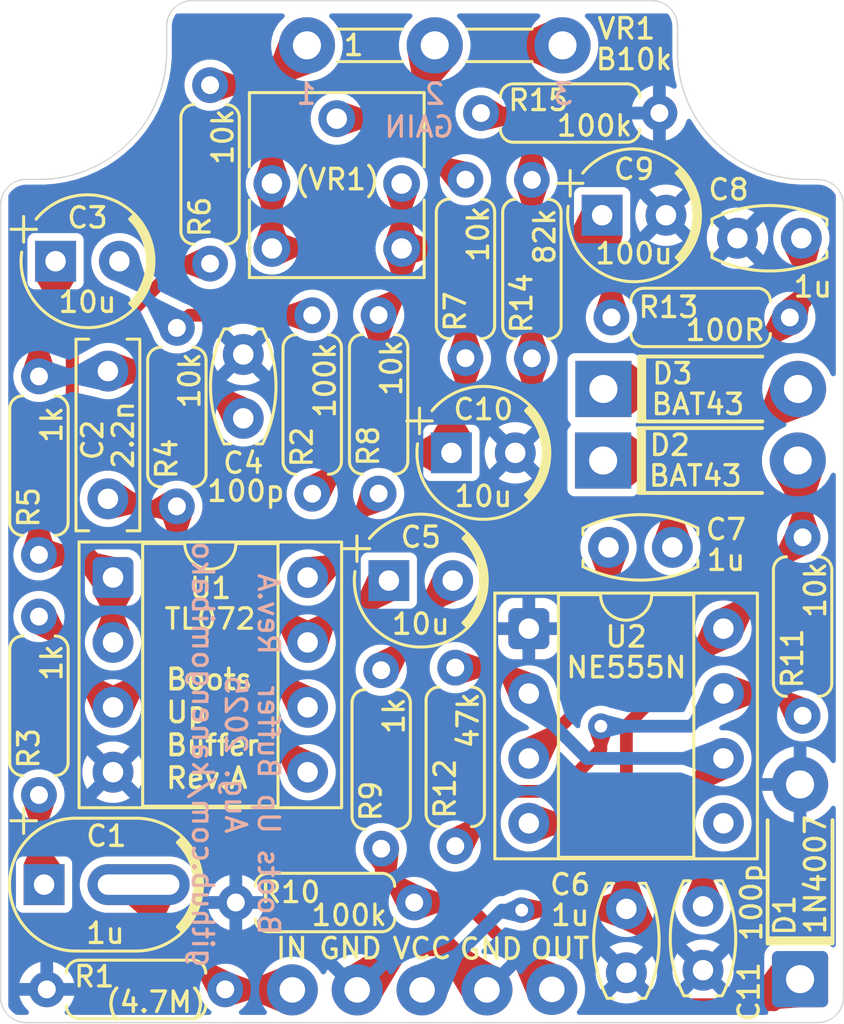
<source format=kicad_pcb>
(kicad_pcb (version 20241229) (generator "pcbnew") (generator_version "9.0")
  (layers (0 "F.Cu" signal) (2 "B.Cu" signal) (13 "F.Paste" user) (15 "B.Paste" user) (5 "F.SilkS" user "F.Silkscreen") (7 "B.SilkS" user "B.Silkscreen") (1 "F.Mask" user) (3 "B.Mask" user) (25 "Edge.Cuts" user))
  (net 0 "")
  (net 1 "Net-(U1B--)")
  (net 2 "Net-(C2-Pad1)")
  (net 3 "GND")
  (net 4 "Net-(C3-Pad2)")
  (net 5 "Net-(C5-Pad1)")
  (net 6 "VCC")
  (net 7 "Net-(J3-Pin_1)")
  (net 8 "Net-(J1-Pin_1)")
  (net 9 "VDD")
  (net 10 "Net-(U2-THR)")
  (net 11 "VB")
  (net 12 "Net-(U2-Q)")
  (net 13 "Net-(U1A--)")
  (net 14 "Net-(D2-K)")
  (net 15 "Net-(D3-K)")
  (net 16 "Net-(U1B-+)")
  (net 17 "Net-(R7-Pad1)")
  (net 18 "Net-(U1A-+)")
  (net 19 "Net-(U2-DIS)")
  (net 21 "Net-(C1-Pad1)")
  (net 22 "Net-(C5-Pad2)")
  (footprint "myFoot:my_D_P7.62mm" (layer "F.Cu") (at 14.8 45.3 90)
    (property "Reference" "D1" (at 2.5 -0.6 90) (layer "F.SilkS") (effects (font (size 0.8 0.8) (thickness 0.13))))
    (property "Value" "1N4007" (at 4.1 0.6 90) (layer "F.SilkS") (effects (font (size 0.8 0.8) (thickness 0.13))))
    (pad "1" thru_hole roundrect (at 0 0 90) (size 2.2 2.2) (drill 1.1) (layers "*.Cu" "*.Mask") (roundrect_rratio 0.1) (net 6 "VCC"))
    (pad "2" thru_hole oval (at 7.62 0 90) (size 2.2 2.2) (drill 1.1) (layers "*.Cu" "*.Mask") (net 3 "GND"))
  )
  (footprint "myFoot:my_D_P7.62mm" (layer "F.Cu") (at 7.1 22.2)
    (property "Reference" "D3" (at 2.7 -0.6 0) (layer "F.SilkS") (effects (font (size 0.8 0.8) (thickness 0.13))))
    (property "Value" "BAT43" (at 3.7 0.6 0) (layer "F.SilkS") (effects (font (size 0.8 0.8) (thickness 0.13))))
    (pad "1" thru_hole rect (at 0 0) (size 2.2 2.2) (drill 1.1) (layers "*.Cu" "*.Mask") (net 15 "Net-(D3-K)"))
    (pad "2" thru_hole oval (at 7.62 0) (size 2.2 2.2) (drill 1.1) (layers "*.Cu" "*.Mask") (net 14 "Net-(D2-K)"))
  )
  (footprint "myFoot:my_R_P7mm_Horizontal" (layer "F.Cu") (at -1.6 40.1925 90)
    (property "Reference" "R9" (at 1 -0.4 90) (layer "F.SilkS") (effects (font (size 0.8 0.8) (thickness 0.13)) (justify left)))
    (property "Value" "1k" (at 5.9925 0.5 90) (layer "F.SilkS") (effects (font (size 0.8 0.8) (thickness 0.13)) (justify right)))
    (pad "1" thru_hole circle (at 0 0 90) (size 1.4 1.4) (drill 0.7) (layers "*.Cu" "*.Mask") (net 7 "Net-(J3-Pin_1)"))
    (pad "2" thru_hole oval (at 6.985 0 90) (size 1.4 1.4) (drill 0.7) (layers "*.Cu" "*.Mask") (net 22 "Net-(C5-Pad2)"))
  )
  (footprint "myFoot:my_R_P7mm_Horizontal" (layer "F.Cu") (at -15 31.1075 -90)
    (property "Reference" "R3" (at 4.2925 0.4 90) (layer "F.SilkS") (effects (font (size 0.8 0.8) (thickness 0.13)) (justify right)))
    (property "Value" "1k" (at 2.5925 -0.5 90) (layer "F.SilkS") (effects (font (size 0.8 0.8) (thickness 0.13)) (justify left)))
    (pad "1" thru_hole circle (at 0 0 270) (size 1.4 1.4) (drill 0.7) (layers "*.Cu" "*.Mask") (net 18 "Net-(U1A-+)"))
    (pad "2" thru_hole oval (at 6.985 0 270) (size 1.4 1.4) (drill 0.7) (layers "*.Cu" "*.Mask") (net 21 "Net-(C1-Pad1)"))
  )
  (footprint "myFoot:my_WirePad_1mmDrill" (layer "F.Cu") (at 0 45.72 -90)
    (property "Reference" "J5" (hide yes))
    (property "Value" "VCC" (at -1.62 0 0) (layer "F.SilkS") (effects (font (size 0.8 0.8) (thickness 0.13))))
    (pad "1" thru_hole circle (at 0 0 270) (size 2 2) (drill 1) (layers "*.Cu" "*.Mask") (net 6 "VCC"))
  )
  (footprint "myFoot:my_R_P7mm_Horizontal" (layer "F.Cu") (at 4.3 14.015 -90)
    (property "Reference" "R14" (at 3.585 0.4 90) (layer "F.SilkS") (effects (font (size 0.8 0.8) (thickness 0.13)) (justify right)))
    (property "Value" "82k" (at 3.385 -0.5 90) (layer "F.SilkS") (effects (font (size 0.8 0.8) (thickness 0.13)) (justify left)))
    (pad "1" thru_hole circle (at 0 0 270) (size 1.4 1.4) (drill 0.7) (layers "*.Cu" "*.Mask") (net 11 "VB"))
    (pad "2" thru_hole oval (at 6.985 0 270) (size 1.4 1.4) (drill 0.7) (layers "*.Cu" "*.Mask") (net 9 "VDD"))
  )
  (footprint "myFoot:my_C_D5.0mm_P2.50mm" (layer "F.Cu") (at -1.3 29.7)
    (property "Reference" "C5" (at 1.25 -1.7 0) (layer "F.SilkS") (effects (font (size 0.8 0.8) (thickness 0.13))))
    (property "Value" "10u" (at 1.25 1.7 0) (layer "F.SilkS") (effects (font (size 0.8 0.8) (thickness 0.13))))
    (pad "1" thru_hole rect (at 0 0) (size 1.6 1.6) (drill 0.8) (layers "*.Cu" "*.Mask") (net 5 "Net-(C5-Pad1)"))
    (pad "2" thru_hole circle (at 2.5 0) (size 1.6 1.6) (drill 0.8) (layers "*.Cu" "*.Mask") (net 22 "Net-(C5-Pad2)"))
  )
  (footprint "myFoot:my_C_Disc_P2.50mm" (layer "F.Cu") (at -7 20.85 -90)
    (property "Reference" "C4" (at 4.25 0 0) (layer "F.SilkS") (effects (font (size 0.8 0.8) (thickness 0.13))))
    (property "Value" "100p" (at 5.35 -0.1 0) (layer "F.SilkS") (effects (font (size 0.8 0.8) (thickness 0.13))))
    (pad "1" thru_hole circle (at 0 0 270) (size 1.6 1.6) (drill 0.8) (layers "*.Cu" "*.Mask") (net 3 "GND"))
    (pad "2" thru_hole circle (at 2.5 0 270) (size 1.6 1.6) (drill 0.8) (layers "*.Cu" "*.Mask") (net 2 "Net-(C2-Pad1)"))
  )
  (footprint "myFoot:my_R_P7mm_Horizontal" (layer "F.Cu") (at -8.3 10.3075 -90)
    (property "Reference" "R6" (at 4.2925 0.4 90) (layer "F.SilkS") (effects (font (size 0.8 0.8) (thickness 0.13)) (justify right)))
    (property "Value" "10k" (at 3.1925 -0.5 90) (layer "F.SilkS") (effects (font (size 0.8 0.8) (thickness 0.13)) (justify left)))
    (pad "1" thru_hole circle (at 0 0 270) (size 1.4 1.4) (drill 0.7) (layers "*.Cu" "*.Mask") (net 16 "Net-(U1B-+)"))
    (pad "2" thru_hole oval (at 6.985 0 270) (size 1.4 1.4) (drill 0.7) (layers "*.Cu" "*.Mask") (net 13 "Net-(U1A--)"))
  )
  (footprint "myFoot:my_C_Rect1_P5.00mm" (layer "F.Cu") (at -12.3 21.5 -90)
    (property "Reference" "C2" (at 2.7 0.6 90) (layer "F.SilkS") (effects (font (size 0.8 0.8) (thickness 0.13))))
    (property "Value" "2.2n" (at 2.5 -0.6 90) (layer "F.SilkS") (effects (font (size 0.8 0.8) (thickness 0.13))))
    (pad "1" thru_hole circle (at 0 0 270) (size 1.6 1.6) (drill 0.8) (layers "*.Cu" "*.Mask") (net 2 "Net-(C2-Pad1)"))
    (pad "2" thru_hole circle (at 5 0 270) (size 1.6 1.6) (drill 0.8) (layers "*.Cu" "*.Mask") (net 18 "Net-(U1A-+)"))
  )
  (footprint "myFoot:my_R_P7mm_Horizontal" (layer "F.Cu") (at 2.3075 11.4)
    (property "Reference" "R15" (at 0.9925 -0.5 0) (layer "F.SilkS") (effects (font (size 0.8 0.8) (thickness 0.13)) (justify left)))
    (property "Value" "100k" (at 5.9925 0.5 0) (layer "F.SilkS") (effects (font (size 0.8 0.8) (thickness 0.13)) (justify right)))
    (pad "1" thru_hole circle (at 0 0) (size 1.4 1.4) (drill 0.7) (layers "*.Cu" "*.Mask") (net 11 "VB"))
    (pad "2" thru_hole oval (at 6.985 0) (size 1.4 1.4) (drill 0.7) (layers "*.Cu" "*.Mask") (net 3 "GND"))
  )
  (footprint "myFoot:my_C_D5.0mm_P2.50mm" (layer "F.Cu") (at 1.15 24.700001)
    (property "Reference" "C10" (at 1.25 -1.700001 0) (layer "F.SilkS") (effects (font (size 0.8 0.8) (thickness 0.13))))
    (property "Value" "10u" (at 1.25 1.699999 0) (layer "F.SilkS") (effects (font (size 0.8 0.8) (thickness 0.13))))
    (pad "1" thru_hole rect (at 0 0) (size 1.6 1.6) (drill 0.8) (layers "*.Cu" "*.Mask") (net 11 "VB"))
    (pad "2" thru_hole circle (at 2.5 0) (size 1.6 1.6) (drill 0.8) (layers "*.Cu" "*.Mask") (net 3 "GND"))
  )
  (footprint "myFoot:my_C_D5.0mm_P2.50mm" (layer "F.Cu") (at -14.35 17.200001)
    (property "Reference" "C3" (at 1.25 -1.7 0) (layer "F.SilkS") (effects (font (size 0.8 0.8) (thickness 0.13))))
    (property "Value" "10u" (at 1.25 1.6 0) (layer "F.SilkS") (effects (font (size 0.8 0.8) (thickness 0.13))))
    (pad "1" thru_hole rect (at 0 0) (size 1.6 1.6) (drill 0.8) (layers "*.Cu" "*.Mask") (net 2 "Net-(C2-Pad1)"))
    (pad "2" thru_hole circle (at 2.5 0) (size 1.6 1.6) (drill 0.8) (layers "*.Cu" "*.Mask") (net 4 "Net-(C3-Pad2)"))
  )
  (footprint "myFoot:my_R_P7mm_Horizontal" (layer "F.Cu") (at -15 28.6925 90)
    (property "Reference" "R5" (at 0.9925 -0.4 90) (layer "F.SilkS") (effects (font (size 0.8 0.8) (thickness 0.13)) (justify left)))
    (property "Value" "1k" (at 5.8925 0.5 90) (layer "F.SilkS") (effects (font (size 0.8 0.8) (thickness 0.13)) (justify right)))
    (pad "1" thru_hole circle (at 0 0 90) (size 1.4 1.4) (drill 0.7) (layers "*.Cu" "*.Mask") (net 13 "Net-(U1A--)"))
    (pad "2" thru_hole oval (at 6.985 0 90) (size 1.4 1.4) (drill 0.7) (layers "*.Cu" "*.Mask") (net 2 "Net-(C2-Pad1)"))
  )
  (footprint "myFoot:my_R_P7mm_Horizontal" (layer "F.Cu") (at -0.3075 42.3 180)
    (property "Reference" "R10" (at 3.6 0.4 0) (layer "F.SilkS") (effects (font (size 0.8 0.8) (thickness 0.13)) (justify right)))
    (property "Value" "100k" (at 4.1 -0.5 0) (layer "F.SilkS") (effects (font (size 0.8 0.8) (thickness 0.13)) (justify left)))
    (pad "1" thru_hole circle (at 0 0 180) (size 1.4 1.4) (drill 0.7) (layers "*.Cu" "*.Mask") (net 7 "Net-(J3-Pin_1)"))
    (pad "2" thru_hole oval (at 6.985 0 180) (size 1.4 1.4) (drill 0.7) (layers "*.Cu" "*.Mask") (net 3 "GND"))
  )
  (footprint "myFoot:my_C_D5.0mm_P2.50mm" (layer "F.Cu") (at 7.05 15.400001)
    (property "Reference" "C9" (at 1.25 -1.800001 0) (layer "F.SilkS") (effects (font (size 0.8 0.8) (thickness 0.13))))
    (property "Value" "100u" (at 1.25 1.499999 0) (layer "F.SilkS") (effects (font (size 0.8 0.8) (thickness 0.13))))
    (pad "1" thru_hole rect (at 0 0) (size 1.6 1.6) (drill 0.8) (layers "*.Cu" "*.Mask") (net 9 "VDD"))
    (pad "2" thru_hole circle (at 2.5 0) (size 1.6 1.6) (drill 0.8) (layers "*.Cu" "*.Mask") (net 3 "GND"))
  )
  (footprint "myFoot:my_WirePad_1mmDrill" (layer "F.Cu") (at 2.54 45.72 180)
    (property "Reference" "J2" (hide yes))
    (property "Value" "GND" (at -0.16 1.6 0) (layer "F.SilkS") (effects (font (size 0.8 0.8) (thickness 0.13))))
    (pad "1" thru_hole circle (at 0 0 180) (size 2 2) (drill 1) (layers "*.Cu" "*.Mask") (net 3 "GND"))
  )
  (footprint "myFoot:my_R_P7mm_Horizontal" (layer "F.Cu") (at 1.7 14.0075 -90)
    (property "Reference" "R7" (at 4.2925 0.4 90) (layer "F.SilkS") (effects (font (size 0.8 0.8) (thickness 0.13)) (justify right)))
    (property "Value" "10k" (at 3.2925 -0.5 90) (layer "F.SilkS") (effects (font (size 0.8 0.8) (thickness 0.13)) (justify left)))
    (pad "1" thru_hole circle (at 0 0 270) (size 1.4 1.4) (drill 0.7) (layers "*.Cu" "*.Mask") (net 17 "Net-(R7-Pad1)"))
    (pad "2" thru_hole oval (at 6.985 0 270) (size 1.4 1.4) (drill 0.7) (layers "*.Cu" "*.Mask") (net 11 "VB"))
  )
  (footprint "myFoot:my_WirePad_1mmDrill" (layer "F.Cu") (at 5.08 45.7 -90)
    (property "Reference" "J3" (hide yes))
    (property "Value" "OUT" (at -1.6 -0.32 0) (layer "F.SilkS") (effects (font (size 0.8 0.8) (thickness 0.13))))
    (pad "1" thru_hole circle (at 0 0 270) (size 2 2) (drill 1) (layers "*.Cu" "*.Mask") (net 7 "Net-(J3-Pin_1)"))
  )
  (footprint "Package_DIP:DIP-8_W7.62mm_Socket" (layer "F.Cu") (at 4.18 31.58)
    (property "Reference" "U2" (at 3.81 0.32 0) (layer "F.SilkS") (effects (font (size 0.8 0.8) (thickness 0.13))))
    (property "Value" "NE555N" (at 3.82 1.52 0) (layer "F.SilkS") (effects (font (size 0.8 0.8) (thickness 0.13))))
    (pad "1" thru_hole roundrect (at 0 0) (size 1.6 1.6) (drill 0.8) (layers "*.Cu" "*.Mask") (roundrect_rratio 0.15625) (net 3 "GND"))
    (pad "2" thru_hole circle (at 0 2.54) (size 1.6 1.6) (drill 0.8) (layers "*.Cu" "*.Mask") (net 10 "Net-(U2-THR)"))
    (pad "3" thru_hole circle (at 0 5.08) (size 1.6 1.6) (drill 0.8) (layers "*.Cu" "*.Mask") (net 12 "Net-(U2-Q)"))
    (pad "4" thru_hole circle (at 0 7.62) (size 1.6 1.6) (drill 0.8) (layers "*.Cu" "*.Mask") (net 6 "VCC"))
    (pad "5" thru_hole circle (at 7.62 7.62) (size 1.6 1.6) (drill 0.8) (layers "*.Cu" "*.Mask"))
    (pad "6" thru_hole circle (at 7.62 5.08) (size 1.6 1.6) (drill 0.8) (layers "*.Cu" "*.Mask") (net 10 "Net-(U2-THR)"))
    (pad "7" thru_hole circle (at 7.62 2.54) (size 1.6 1.6) (drill 0.8) (layers "*.Cu" "*.Mask") (net 19 "Net-(U2-DIS)"))
    (pad "8" thru_hole circle (at 7.62 0) (size 1.6 1.6) (drill 0.8) (layers "*.Cu" "*.Mask") (net 6 "VCC"))
  )
  (footprint "myFoot:my_R_P7mm_Horizontal" (layer "F.Cu") (at 14.9 34.9925 90)
    (property "Reference" "R11" (at 1 -0.4 90) (layer "F.SilkS") (effects (font (size 0.8 0.8) (thickness 0.13)) (justify left)))
    (property "Value" "10k" (at 6.1 0.5 90) (layer "F.SilkS") (effects (font (size 0.8 0.8) (thickness 0.13)) (justify right)))
    (pad "1" thru_hole circle (at 0 0 90) (size 1.4 1.4) (drill 0.7) (layers "*.Cu" "*.Mask") (net 19 "Net-(U2-DIS)"))
    (pad "2" thru_hole oval (at 6.985 0 90) (size 1.4 1.4) (drill 0.7) (layers "*.Cu" "*.Mask") (net 6 "VCC"))
  )
  (footprint "myFoot:my_R_P7mm_Horizontal" (layer "F.Cu") (at -4.3 19.315 -90)
    (property "Reference" "R2" (at 4.2925 0.4 90) (layer "F.SilkS") (effects (font (size 0.8 0.8) (thickness 0.13)) (justify right)))
    (property "Value" "100k" (at 4.0925 -0.5 90) (layer "F.SilkS") (effects (font (size 0.8 0.8) (thickness 0.13)) (justify left)))
    (pad "1" thru_hole circle (at 0 0 270) (size 1.4 1.4) (drill 0.7) (layers "*.Cu" "*.Mask") (net 4 "Net-(C3-Pad2)"))
    (pad "2" thru_hole oval (at 6.985 0 270) (size 1.4 1.4) (drill 0.7) (layers "*.Cu" "*.Mask") (net 11 "VB"))
  )
  (footprint "myFoot:my_WirePad_1mmDrill" (layer "F.Cu") (at -5.08 45.72 -90)
    (property "Reference" "J1" (hide yes))
    (property "Value" "IN" (at -1.62 0.02 0) (layer "F.SilkS") (effects (font (size 0.8 0.8) (thickness 0.13))))
    (pad "1" thru_hole circle (at 0 0 270) (size 2 2) (drill 1) (layers "*.Cu" "*.Mask") (net 8 "Net-(J1-Pin_1)"))
  )
  (footprint "myFoot:my_R_P7mm_Horizontal" (layer "F.Cu") (at 7.415 19.4)
    (property "Reference" "R13" (at 0.985 -0.4 0) (layer "F.SilkS") (effects (font (size 0.8 0.8) (thickness 0.13)) (justify left)))
    (property "Value" "100R" (at 6.085 0.5 0) (layer "F.SilkS") (effects (font (size 0.8 0.8) (thickness 0.13)) (justify right)))
    (pad "1" thru_hole circle (at 0 0) (size 1.4 1.4) (drill 0.7) (layers "*.Cu" "*.Mask") (net 9 "VDD"))
    (pad "2" thru_hole oval (at 6.985 0) (size 1.4 1.4) (drill 0.7) (layers "*.Cu" "*.Mask") (net 15 "Net-(D3-K)"))
  )
  (footprint "myFoot:my_D_P7.62mm" (layer "F.Cu") (at 7.09 25)
    (property "Reference" "D2" (at 2.61 -0.6 0) (layer "F.SilkS") (effects (font (size 0.8 0.8) (thickness 0.13))))
    (property "Value" "BAT43" (at 3.61 0.6 0) (layer "F.SilkS") (effects (font (size 0.8 0.8) (thickness 0.13))))
    (pad "1" thru_hole rect (at 0 0) (size 2.2 2.2) (drill 1.1) (layers "*.Cu" "*.Mask") (net 14 "Net-(D2-K)"))
    (pad "2" thru_hole oval (at 7.62 0) (size 2.2 2.2) (drill 1.1) (layers "*.Cu" "*.Mask") (net 6 "VCC"))
  )
  (footprint "myFoot:my_R_P7mm_Horizontal" (layer "F.Cu") (at 1.3 40.0925 90)
    (property "Reference" "R12" (at 1 -0.4 90) (layer "F.SilkS") (effects (font (size 0.8 0.8) (thickness 0.13)) (justify left)))
    (property "Value" "47k" (at 6.0925 0.5 90) (layer "F.SilkS") (effects (font (size 0.8 0.8) (thickness 0.13)) (justify right)))
    (pad "1" thru_hole circle (at 0 0 90) (size 1.4 1.4) (drill 0.7) (layers "*.Cu" "*.Mask") (net 19 "Net-(U2-DIS)"))
    (pad "2" thru_hole oval (at 6.985 0 90) (size 1.4 1.4) (drill 0.7) (layers "*.Cu" "*.Mask") (net 10 "Net-(U2-THR)"))
  )
  (footprint "myFoot:my_R_P7mm_Horizontal" (layer "F.Cu") (at -7.7075 45.7 180)
    (property "Reference" "R1" (at 5.9925 0.5 180) (layer "F.SilkS") (effects (font (size 0.8 0.8) (thickness 0.13)) (justify left)))
    (property "Value" "(4.7M)" (at 0.6925 -0.5 180) (layer "F.SilkS") (effects (font (size 0.8 0.8) (thickness 0.13)) (justify right)))
    (pad "1" thru_hole circle (at 0 0 180) (size 1.4 1.4) (drill 0.7) (layers "*.Cu" "*.Mask") (net 8 "Net-(J1-Pin_1)"))
    (pad "2" thru_hole oval (at 6.985 0 180) (size 1.4 1.4) (drill 0.7) (layers "*.Cu" "*.Mask") (net 3 "GND"))
  )
  (footprint "myFoot:my_trim" (layer "F.Cu") (at -0.8 14.16 90)
    (property "Reference" "*")
    (property "Value" "(VR1)" (at 0.16 -2.525 0) (layer "F.SilkS") (effects (font (size 0.8 0.8) (thickness 0.13))))
    (pad "1" thru_hole circle (at -2.54 -5.08 90) (size 1.44 1.44) (drill 0.8) (layers "*.Cu" "*.Mask") (net 16 "Net-(U1B-+)"))
    (pad "1" thru_hole circle (at 0 -5.08 90) (size 1.44 1.44) (drill 0.8) (layers "*.Cu" "*.Mask") (net 16 "Net-(U1B-+)"))
    (pad "2" thru_hole circle (at 2.54 -2.54 90) (size 1.44 1.44) (drill 0.8) (layers "*.Cu" "*.Mask") (net 17 "Net-(R7-Pad1)"))
    (pad "3" thru_hole circle (at -2.54 0 90) (size 1.44 1.44) (drill 0.8) (layers "*.Cu" "*.Mask") (net 1 "Net-(U1B--)"))
    (pad "3" thru_hole circle (at 0 0 90) (size 1.44 1.44) (drill 0.8) (layers "*.Cu" "*.Mask") (net 1 "Net-(U1B--)"))
  )
  (footprint "myFoot:my_C_Disc_P2.50mm" (layer "F.Cu") (at 12.35 16.3)
    (property "Reference" "C8" (at -0.35 -1.9 0) (layer "F.SilkS") (effects (font (size 0.8 0.8) (thickness 0.13))))
    (property "Value" "1u" (at 2.95 1.9 0) (layer "F.SilkS") (effects (font (size 0.8 0.8) (thickness 0.13))))
    (pad "1" thru_hole circle (at 0 0) (size 1.6 1.6) (drill 0.8) (layers "*.Cu" "*.Mask") (net 3 "GND"))
    (pad "2" thru_hole circle (at 2.5 0) (size 1.6 1.6) (drill 0.8) (layers "*.Cu" "*.Mask") (net 15 "Net-(D3-K)"))
  )
  (footprint "Package_DIP:DIP-8_W7.62mm_Socket" (layer "F.Cu") (at -12.1 29.58)
    (property "Reference" "U1" (at 3.82 0.42 0) (layer "F.SilkS") (effects (font (size 0.8 0.8) (thickness 0.13))))
    (property "Value" "TL072" (at 3.8 1.62 0) (layer "F.SilkS") (effects (font (size 0.8 0.8) (thickness 0.13))))
    (pad "1" thru_hole roundrect (at 0 0) (size 1.6 1.6) (drill 0.8) (layers "*.Cu" "*.Mask") (roundrect_rratio 0.15625) (net 13 "Net-(U1A--)"))
    (pad "2" thru_hole circle (at 0 2.54) (size 1.6 1.6) (drill 0.8) (layers "*.Cu" "*.Mask") (net 13 "Net-(U1A--)"))
    (pad "3" thru_hole circle (at 0 5.08) (size 1.6 1.6) (drill 0.8) (layers "*.Cu" "*.Mask") (net 18 "Net-(U1A-+)"))
    (pad "4" thru_hole circle (at 0 7.62) (size 1.6 1.6) (drill 0.8) (layers "*.Cu" "*.Mask") (net 3 "GND"))
    (pad "5" thru_hole circle (at 7.62 7.62) (size 1.6 1.6) (drill 0.8) (layers "*.Cu" "*.Mask") (net 16 "Net-(U1B-+)"))
    (pad "6" thru_hole circle (at 7.62 5.08) (size 1.6 1.6) (drill 0.8) (layers "*.Cu" "*.Mask") (net 1 "Net-(U1B--)"))
    (pad "7" thru_hole circle (at 7.62 2.54) (size 1.6 1.6) (drill 0.8) (layers "*.Cu" "*.Mask") (net 5 "Net-(C5-Pad1)"))
    (pad "8" thru_hole circle (at 7.62 0) (size 1.6 1.6) (drill 0.8) (layers "*.Cu" "*.Mask") (net 9 "VDD"))
  )
  (footprint "myFoot:my_C_Disc_P2.50mm" (layer "F.Cu") (at 9.8 28.4 180)
    (property "Reference" "C7" (at -2.1 0.7 0) (layer "F.SilkS") (effects (font (size 0.8 0.8) (thickness 0.13))))
    (property "Value" "1u" (at -2.1 -0.5 0) (layer "F.SilkS") (effects (font (size 0.8 0.8) (thickness 0.13))))
    (pad "1" thru_hole circle (at 0 0 180) (size 1.6 1.6) (drill 0.8) (layers "*.Cu" "*.Mask") (net 14 "Net-(D2-K)"))
    (pad "2" thru_hole circle (at 2.5 0 180) (size 1.6 1.6) (drill 0.8) (layers "*.Cu" "*.Mask") (net 12 "Net-(U2-Q)"))
  )
  (footprint "myFoot:my_R_P7mm_Horizontal" (layer "F.Cu") (at -1.7 26.2925 90)
    (property "Reference" "R8" (at 0.9925 -0.4 90) (layer "F.SilkS") (effects (font (size 0.8 0.8) (thickness 0.13)) (justify left)))
    (property "Value" "10k" (at 6.0925 0.5 90) (layer "F.SilkS") (effects (font (size 0.8 0.8) (thickness 0.13)) (justify right)))
    (pad "1" thru_hole circle (at 0 0 90) (size 1.4 1.4) (drill 0.7) (layers "*.Cu" "*.Mask") (net 5 "Net-(C5-Pad1)"))
    (pad "2" thru_hole oval (at 6.985 0 90) (size 1.4 1.4) (drill 0.7) (layers "*.Cu" "*.Mask") (net 1 "Net-(U1B--)"))
  )
  (footprint "myFoot:my_C_Disc_P2.50mm" (layer "F.Cu") (at 8 45.05 90)
    (property "Reference" "C6" (at 3.45 -2.2 0) (layer "F.SilkS") (effects (font (size 0.8 0.8) (thickness 0.13))))
    (property "Value" "1u" (at 2.25 -2.2 0) (layer "F.SilkS") (effects (font (size 0.8 0.8) (thickness 0.13))))
    (pad "1" thru_hole circle (at 0 0 90) (size 1.6 1.6) (drill 0.8) (layers "*.Cu" "*.Mask") (net 3 "GND"))
    (pad "2" thru_hole circle (at 2.5 0 90) (size 1.6 1.6) (drill 0.8) (layers "*.Cu" "*.Mask") (net 6 "VCC"))
  )
  (footprint "myFoot:my_R_P7mm_Horizontal" (layer "F.Cu") (at -9.6 26.7925 90)
    (property "Reference" "R4" (at 0.9925 -0.4 90) (layer "F.SilkS") (effects (font (size 0.8 0.8) (thickness 0.13)) (justify left)))
    (property "Value" "10k" (at 6.1 0.5 90) (layer "F.SilkS") (effects (font (size 0.8 0.8) (thickness 0.13)) (justify right)))
    (pad "1" thru_hole circle (at 0 0 90) (size 1.4 1.4) (drill 0.7) (layers "*.Cu" "*.Mask") (net 18 "Net-(U1A-+)"))
    (pad "2" thru_hole oval (at 6.985 0 90) (size 1.4 1.4) (drill 0.7) (layers "*.Cu" "*.Mask") (net 4 "Net-(C3-Pad2)"))
  )
  (footprint "myFoot:my_WirePad_1mmDrill" (layer "F.Cu") (at -2.54 45.72 -90)
    (property "Reference" "J4" (hide yes))
    (property "Value" "GND" (at -1.62 0.26 0) (layer "F.SilkS") (effects (font (size 0.8 0.8) (thickness 0.13))))
    (pad "1" thru_hole circle (at 0 0 270) (size 2 2) (drill 1) (layers "*.Cu" "*.Mask") (net 3 "GND"))
  )
  (footprint "myFoot:my_C_Disc_P2.50mm" (layer "F.Cu") (at 11 44.95 90)
    (property "Reference" "C11" (at -0.85 1.8 90) (layer "F.SilkS") (effects (font (size 0.8 0.8) (thickness 0.13))))
    (property "Value" "100p" (at 2.65 1.9 90) (layer "F.SilkS") (effects (font (size 0.8 0.8) (thickness 0.13))))
    (pad "1" thru_hole circle (at 0 0 90) (size 1.6 1.6) (drill 0.8) (layers "*.Cu" "*.Mask") (net 3 "GND"))
    (pad "2" thru_hole circle (at 2.5 0 90) (size 1.6 1.6) (drill 0.8) (layers "*.Cu" "*.Mask") (net 10 "Net-(U2-THR)"))
  )
  (footprint "myFoot:my_C_D5.0mm_P2.50mm_long" (layer "F.Cu") (at -14.8 41.6)
    (property "Reference" "C1" (at 2.44 -1.9 0) (layer "F.SilkS") (effects (font (size 0.8 0.8) (thickness 0.13))))
    (property "Value" "1u" (at 2.4 1.9 0) (layer "F.SilkS") (effects (font (size 0.8 0.8) (thickness 0.13))))
    (pad "1" thru_hole rect (at 0 0) (size 1.6 1.6) (drill 0.8) (layers "*.Cu" "*.Mask") (net 21 "Net-(C1-Pad1)"))
    (pad "2" thru_hole oval (at 3.7 0) (size 4 1.6) (drill oval 3.2 0.8) (layers "*.Cu" "*.Mask") (net 8 "Net-(J1-Pin_1)"))
  )
  (footprint "myFoot:my_pot_5mm" (layer "F.Cu") (at 0.4962 8.75)
    (property "Reference" "VR1" (at 7.5038 -0.65 180) (layer "F.SilkS") (effects (font (size 0.8 0.8) (thickness 0.13))))
    (property "Value" "B10k" (at 7.8038 0.55 180) (layer "F.SilkS") (effects (font (size 0.8 0.8) (thickness 0.13))))
    (fp_text user "1" (at -3.175 0 180) (layer "F.SilkS") (effects (font (size 0.8 0.8) (thickness 0.13))))
    (pad "1" thru_hole circle (at -5.0038 0) (size 2.2 2.2) (drill 1.1) (layers "*.Cu" "*.Mask") (net 16 "Net-(U1B-+)"))
    (pad "2" thru_hole circle (at 0 0) (size 2.2 2.2) (drill 1.1) (layers "*.Cu" "*.Mask") (net 17 "Net-(R7-Pad1)"))
    (pad "3" thru_hole circle (at 5.0038 0) (size 2.2 2.2) (drill 1.1) (layers "*.Cu" "*.Mask") (net 1 "Net-(U1B--)"))
  )
  (gr_line (start 15.5 47) (end -15.5 47) (stroke (width 0.05)) (layer "Edge.Cuts"))
  (gr_line (start -16.5 46) (end -16.5 15) (stroke (width 0.05)) (layer "Edge.Cuts"))
  (gr_line (start -15.5 14) (end -15 14) (stroke (width 0.05)) (layer "Edge.Cuts"))
  (gr_line (start -10 9) (end -10 8) (stroke (width 0.05)) (layer "Edge.Cuts"))
  (gr_line (start -9 7) (end 9 7) (stroke (width 0.05)) (layer "Edge.Cuts"))
  (gr_line (start 10 8) (end 10 9) (stroke (width 0.05)) (layer "Edge.Cuts"))
  (gr_line (start 15 14) (end 15.5 14) (stroke (width 0.05)) (layer "Edge.Cuts"))
  (gr_line (start 16.5 15) (end 16.5 46) (stroke (width 0.05)) (layer "Edge.Cuts"))
  (gr_arc (start -16.5 15) (mid -16.207107 14.292893) (end -15.5 14) (stroke (width 0.05)) (layer "Edge.Cuts"))
  (gr_arc (start -15.5 47) (mid -16.207107 46.707107) (end -16.5 46) (stroke (width 0.05)) (layer "Edge.Cuts"))
  (gr_arc (start 15.5 14) (mid 16.207107 14.292893) (end 16.5 15) (stroke (width 0.05)) (layer "Edge.Cuts"))
  (gr_arc (start 15 14) (mid 11.464466 12.535534) (end 10 9) (stroke (width 0.05)) (layer "Edge.Cuts"))
  (gr_arc (start 9 7) (mid 9.707107 7.292893) (end 10 8) (stroke (width 0.05)) (layer "Edge.Cuts"))
  (gr_arc (start -10 8) (mid -9.707107 7.292893) (end -9 7) (stroke (width 0.05)) (layer "Edge.Cuts"))
  (gr_arc (start -10 9) (mid -11.464466 12.535534) (end -15 14) (stroke (width 0.05)) (layer "Edge.Cuts"))
  (gr_arc (start 16.5 46) (mid 16.207107 46.707107) (end 15.5 47) (stroke (width 0.05)) (layer "Edge.Cuts"))
  (gr_text "Boots \nUp \nBuffer\nRev.A" (at -10.1 35.5 0) (layer "F.SilkS") (effects (font (size 0.8 0.8) (thickness 0.14)) (justify left)))
  (gr_text "Boots Up Buffer  Rev.A\nAug. 2025\ngithub.com/kanengomibako" (at -7.3 36.5 -90) (layer "B.SilkS") (effects (font (size 0.8 0.8) (thickness 0.13)) (justify mirror)))
  (gr_text "3       2       1\n  GAIN" (at 0.5 11.3 0) (layer "B.SilkS") (effects (font (size 0.8 0.8) (thickness 0.13)) (justify mirror)))
  (segment (start 0.9 10.9) (end 3.05 8.75) (width 0.5) (layer "F.Cu") (net 1))
  (segment (start -1.7 19.3075) (end -1.7 21.7) (width 0.5) (layer "F.Cu") (net 1))
  (segment (start -1.7 21.7) (end -6.8 26.8) (width 0.5) (layer "F.Cu") (net 1))
  (segment (start -6.8 32.34) (end -4.48 34.66) (width 0.5) (layer "F.Cu") (net 1))
  (segment (start -0.8 14.16) (end -0.8 16.7) (width 0.5) (layer "F.Cu") (net 1))
  (segment (start 3.05 8.75) (end 5.5 8.75) (width 0.5) (layer "F.Cu") (net 1))
  (segment (start -0.8 16.7) (end 1.6 16.7) (width 0.5) (layer "F.Cu") (net 1))
  (segment (start -0.8 16.7) (end -0.8 18.4075) (width 0.5) (layer "F.Cu") (net 1))
  (segment (start 3 13.1) (end 2.6 12.7) (width 0.5) (layer "F.Cu") (net 1))
  (segment (start -0.8 18.4075) (end -1.7 19.3075) (width 0.5) (layer "F.Cu") (net 1))
  (segment (start 0.9 12.1) (end 0.9 10.9) (width 0.5) (layer "F.Cu") (net 1))
  (segment (start 1.5 12.7) (end 0.9 12.1) (width 0.5) (layer "F.Cu") (net 1))
  (segment (start 1.6 16.7) (end 3 15.3) (width 0.5) (layer "F.Cu") (net 1))
  (segment (start 3 15.3) (end 3 13.1) (width 0.5) (layer "F.Cu") (net 1))
  (segment (start 2.6 12.7) (end 1.5 12.7) (width 0.5) (layer "F.Cu") (net 1))
  (segment (start -6.8 26.8) (end -6.8 32.34) (width 0.5) (layer "F.Cu") (net 1))
  (segment (start -12.3 21.5) (end -8.85 21.5) (width 0.5) (layer "F.Cu") (net 2))
  (segment (start -14.35 17.200001) (end -14.35 19.05) (width 0.5) (layer "F.Cu") (net 2))
  (segment (start -8.85 21.5) (end -7 23.35) (width 0.5) (layer "F.Cu") (net 2))
  (segment (start -14.35 19.05) (end -15 19.7) (width 0.5) (layer "F.Cu") (net 2))
  (segment (start -15 19.7) (end -15 21.7075) (width 0.5) (layer "F.Cu") (net 2))
  (segment (start -15 21.7075) (end -12.5075 21.7075) (width 0.5) (layer "B.Cu") (net 2))
  (segment (start -12.5075 21.7075) (end -12.3 21.5) (width 0.5) (layer "B.Cu") (net 2))
  (segment (start -0.72 43.9) (end -2.54 45.72) (width 1) (layer "F.Cu") (net 3))
  (segment (start 0.72 43.9) (end -0.72 43.9) (width 1) (layer "F.Cu") (net 3))
  (segment (start 2.54 45.72) (end 0.72 43.9) (width 1) (layer "F.Cu") (net 3))
  (segment (start -9.6 19.8075) (end -9.1075 19.315) (width 0.5) (layer "F.Cu") (net 4))
  (segment (start -9.1075 19.315) (end -4.3 19.315) (width 0.5) (layer "F.Cu") (net 4))
  (segment (start -10.9 18.5075) (end -9.6 19.8075) (width 0.5) (layer "B.Cu") (net 4))
  (segment (start -11.85 17.200001) (end -10.9 18.150001) (width 0.5) (layer "B.Cu") (net 4))
  (segment (start -10.9 18.150001) (end -10.9 18.5075) (width 0.5) (layer "B.Cu") (net 4))
  (segment (start -2.5075 27.1) (end -1.7 26.2925) (width 0.5) (layer "F.Cu") (net 5))
  (segment (start -4.48 32.12) (end -5.9 30.7) (width 0.5) (layer "F.Cu") (net 5))
  (segment (start -3.4 27.9) (end -2.6 27.1) (width 0.5) (layer "F.Cu") (net 5))
  (segment (start -1.3 29.7) (end -2.6 31) (width 0.5) (layer "F.Cu") (net 5))
  (segment (start -2.6 27.1) (end -2.5075 27.1) (width 0.5) (layer "F.Cu") (net 5))
  (segment (start -4.9 27.9) (end -3.4 27.9) (width 0.5) (layer "F.Cu") (net 5))
  (segment (start -3.36 31) (end -4.48 32.12) (width 0.5) (layer "F.Cu") (net 5))
  (segment (start -5.9 30.7) (end -5.9 28.9) (width 0.5) (layer "F.Cu") (net 5))
  (segment (start -2.6 31) (end -3.36 31) (width 0.5) (layer "F.Cu") (net 5))
  (segment (start -5.9 28.9) (end -4.9 27.9) (width 0.5) (layer "F.Cu") (net 5))
  (segment (start 14.9 28.0075) (end 13.6 29.3075) (width 0.5) (layer "F.Cu") (net 6))
  (segment (start 9.5 44.05) (end 8 42.55) (width 0.5) (layer "F.Cu") (net 6))
  (segment (start 9.5 45.6) (end 9.5 44.05) (width 0.5) (layer "F.Cu") (net 6))
  (segment (start 14.9 28.0075) (end 14.9 25.19) (width 0.5) (layer "F.Cu") (net 6))
  (segment (start 4.18 39.2) (end 8 39.2) (width 0.5) (layer "F.Cu") (net 6))
  (segment (start 3.95 42.55) (end 3.9 42.6) (width 0.5) (layer "F.Cu") (net 6))
  (segment (start 14.9 25.19) (end 14.71 25) (width 0.5) (layer "F.Cu") (net 6))
  (segment (start 13.8 46.3) (end 10.2 46.3) (width 0.5) (layer "F.Cu") (net 6))
  (segment (start 8 39.2) (end 8 42.55) (width 0.5) (layer "F.Cu") (net 6))
  (segment (start 8 42.55) (end 3.95 42.55) (width 0.5) (layer "F.Cu") (net 6))
  (segment (start 11.8 31.58) (end 8 35.38) (width 0.5) (layer "F.Cu") (net 6))
  (segment (start 13.6 29.3075) (end 13.6 29.78) (width 0.5) (layer "F.Cu") (net 6))
  (segment (start 10.2 46.3) (end 9.5 45.6) (width 0.5) (layer "F.Cu") (net 6))
  (segment (start 13.6 29.78) (end 11.8 31.58) (width 0.5) (layer "F.Cu") (net 6))
  (segment (start 14.8 45.3) (end 13.8 46.3) (width 0.5) (layer "F.Cu") (net 6))
  (segment (start 8 35.38) (end 8 39.2) (width 0.5) (layer "F.Cu") (net 6))
  (via (at 3.9 42.6) (size 1) (drill 0.5) (layers "F.Cu" "B.Cu") (net 6))
  (segment (start 3.9 42.6) (end 3.12 42.6) (width 0.5) (layer "B.Cu") (net 6))
  (segment (start 3.12 42.6) (end 0 45.72) (width 0.5) (layer "B.Cu") (net 6))
  (segment (start 1.68 42.3) (end 5.08 45.7) (width 0.5) (layer "F.Cu") (net 7))
  (segment (start -0.3075 42.3) (end 1.68 42.3) (width 0.5) (layer "F.Cu") (net 7))
  (segment (start -1.6 41.0075) (end -0.3075 42.3) (width 0.5) (layer "F.Cu") (net 7))
  (segment (start -1.6 40.1925) (end -1.6 41.0075) (width 0.5) (layer "F.Cu") (net 7))
  (segment (start -5.08 45.72) (end -7.6875 45.72) (width 0.5) (layer "F.Cu") (net 8))
  (segment (start -10.5 42.2) (end -11.1 41.6) (width 0.5) (layer "F.Cu") (net 8))
  (segment (start -7.7075 45.7) (end -10.5 42.9075) (width 0.5) (layer "F.Cu") (net 8))
  (segment (start -10.5 42.9075) (end -10.5 42.2) (width 0.5) (layer "F.Cu") (net 8))
  (segment (start -7.6875 45.72) (end -7.7075 45.7) (width 0.5) (layer "F.Cu") (net 8))
  (segment (start 7.415 19.4) (end 7.415 15.765001) (width 0.5) (layer "F.Cu") (net 9))
  (segment (start 7.05 15.400001) (end 7.05 15.45) (width 0.5) (layer "F.Cu") (net 9))
  (segment (start 4.3 22.7) (end 5.1 23.5) (width 0.5) (layer "F.Cu") (net 9))
  (segment (start 5.1 23.5) (end 5.1 25.5) (width 0.5) (layer "F.Cu") (net 9))
  (segment (start 4.3 21) (end 4.3 22.7) (width 0.5) (layer "F.Cu") (net 9))
  (segment (start -2.3 28) (end -3.88 29.58) (width 0.5) (layer "F.Cu") (net 9))
  (segment (start 4.3 18.2) (end 4.3 21) (width 0.5) (layer "F.Cu") (net 9))
  (segment (start 7.415 15.765001) (end 7.05 15.400001) (width 0.5) (layer "F.Cu") (net 9))
  (segment (start 7.05 15.45) (end 4.3 18.2) (width 0.5) (layer "F.Cu") (net 9))
  (segment (start 2.6 28) (end -2.3 28) (width 0.5) (layer "F.Cu") (net 9))
  (segment (start -3.88 29.58) (end -4.48 29.58) (width 0.5) (layer "F.Cu") (net 9))
  (segment (start 5.1 25.5) (end 2.6 28) (width 0.5) (layer "F.Cu") (net 9))
  (segment (start 3.1675 33.1075) (end 4.18 34.12) (width 0.5) (layer "F.Cu") (net 10))
  (segment (start 10.4 38.06) (end 10.4 40.4) (width 0.5) (layer "F.Cu") (net 10))
  (segment (start 1.3 33.1075) (end 3.1675 33.1075) (width 0.5) (layer "F.Cu") (net 10))
  (segment (start 11 41) (end 11 42.45) (width 0.5) (layer "F.Cu") (net 10))
  (segment (start 11.8 36.66) (end 10.4 38.06) (width 0.5) (layer "F.Cu") (net 10))
  (segment (start 10.4 40.4) (end 11 41) (width 0.5) (layer "F.Cu") (net 10))
  (segment (start 4.18 34.38) (end 4.18 34.12) (width 0.5) (layer "B.Cu") (net 10))
  (segment (start 11.8 36.66) (end 6.46 36.66) (width 0.5) (layer "B.Cu") (net 10))
  (segment (start 6.46 36.66) (end 4.18 34.38) (width 0.5) (layer "B.Cu") (net 10))
  (segment (start 1.15 24.700001) (end 1.15 22.95) (width 0.5) (layer "F.Cu") (net 11))
  (segment (start 1.7 18.6) (end 1.7 20.9925) (width 0.5) (layer "F.Cu") (net 11))
  (segment (start 1.15 22.95) (end 1.7 22.4) (width 0.5) (layer "F.Cu") (net 11))
  (segment (start 1.7 22.4) (end 1.7 20.9925) (width 0.5) (layer "F.Cu") (net 11))
  (segment (start 4.3 14.015) (end 4.3 16) (width 0.5) (layer "F.Cu") (net 11))
  (segment (start 4.3 16) (end 1.7 18.6) (width 0.5) (layer "F.Cu") (net 11))
  (segment (start -4.3 26.3) (end -2.700001 24.700001) (width 0.5) (layer "F.Cu") (net 11))
  (segment (start 3.3 11.4) (end 4.3 12.4) (width 0.5) (layer "F.Cu") (net 11))
  (segment (start -2.700001 24.700001) (end 1.15 24.700001) (width 0.5) (layer "F.Cu") (net 11))
  (segment (start 4.3 12.4) (end 4.3 14.015) (width 0.5) (layer "F.Cu") (net 11))
  (segment (start 2.3075 11.4) (end 3.3 11.4) (width 0.5) (layer "F.Cu") (net 11))
  (segment (start 7.3 33.54) (end 7.3 28.4) (width 0.5) (layer "F.Cu") (net 12))
  (segment (start 4.18 36.66) (end 7.3 33.54) (width 0.5) (layer "F.Cu") (net 12))
  (segment (start -15 28.6925) (end -12.9875 28.6925) (width 0.5) (layer "F.Cu") (net 13))
  (segment (start -12.5 19.3) (end -13.7 20.5) (width 0.5) (layer "F.Cu") (net 13))
  (segment (start -13.7 20.5) (end -13.7 24.2) (width 0.5) (layer "F.Cu") (net 13))
  (segment (start -11.5 19.3) (end -12.5 19.3) (width 0.5) (layer "F.Cu") (net 13))
  (segment (start -11.5 19.3) (end -9.4925 17.2925) (width 0.5) (layer "F.Cu") (net 13))
  (segment (start -15 25.5) (end -15 28.6925) (width 0.5) (layer "F.Cu") (net 13))
  (segment (start -12.9875 28.6925) (end -12.1 29.58) (width 0.5) (layer "F.Cu") (net 13))
  (segment (start -9.4925 17.2925) (end -8.3 17.2925) (width 0.5) (layer "F.Cu") (net 13))
  (segment (start -12.1 29.58) (end -12.1 32.12) (width 0.5) (layer "F.Cu") (net 13))
  (segment (start -13.7 24.2) (end -15 25.5) (width 0.5) (layer "F.Cu") (net 13))
  (segment (start 9.8 25) (end 7.09 25) (width 0.5) (layer "F.Cu") (net 14))
  (segment (start 9.8 28.4) (end 9.8 25) (width 0.5) (layer "F.Cu") (net 14))
  (segment (start 14.72 22.2) (end 11.92 25) (width 0.5) (layer "F.Cu") (net 14))
  (segment (start 11.92 25) (end 9.8 25) (width 0.5) (layer "F.Cu") (net 14))
  (segment (start 15 16.7) (end 15 18.8) (width 0.5) (layer "F.Cu") (net 15))
  (segment (start 11.6 22.2) (end 14.4 19.4) (width 0.5) (layer "F.Cu") (net 15))
  (segment (start 7.1 22.2) (end 11.6 22.2) (width 0.5) (layer "F.Cu") (net 15))
  (segment (start 15 18.8) (end 14.4 19.4) (width 0.5) (layer "F.Cu") (net 15))
  (segment (start -6.0651 10.3075) (end -4.5076 8.75) (width 0.5) (layer "F.Cu") (net 16))
  (segment (start -5.88 10.4926) (end -6.0651 10.3075) (width 0.5) (layer "F.Cu") (net 16))
  (segment (start -3 21.5) (end -7.7 26.2) (width 0.5) (layer "F.Cu") (net 16))
  (segment (start -5.88 14.16) (end -5.88 16.7) (width 0.5) (layer "F.Cu") (net 16))
  (segment (start -4.5 16.7) (end -3 18.2) (width 0.5) (layer "F.Cu") (net 16))
  (segment (start -4.48 37.2) (end -7.7 33.98) (width 0.5) (layer "F.Cu") (net 16))
  (segment (start -5.88 16.7) (end -4.5 16.7) (width 0.5) (layer "F.Cu") (net 16))
  (segment (start -5.88 14.16) (end -5.88 10.4926) (width 0.5) (layer "F.Cu") (net 16))
  (segment (start -3 18.2) (end -3 21.5) (width 0.5) (layer "F.Cu") (net 16))
  (segment (start -7.7 33.98) (end -7.7 26.2) (width 0.5) (layer "F.Cu") (net 16))
  (segment (start -8.3 10.3075) (end -6.0651 10.3075) (width 0.5) (layer "F.Cu") (net 16))
  (segment (start 1.7 14.0075) (end 1.3075 14.0075) (width 0.5) (layer "F.Cu") (net 17))
  (segment (start 0 11.6) (end 0 9.2462) (width 0.5) (layer "F.Cu") (net 17))
  (segment (start -3.34 11.62) (end -0.02 11.62) (width 0.5) (layer "F.Cu") (net 17))
  (segment (start 0 9.2462) (end 0.4962 8.75) (width 0.5) (layer "F.Cu") (net 17))
  (segment (start -0.02 11.62) (end 0 11.6) (width 0.5) (layer "F.Cu") (net 17))
  (segment (start 1.3075 14.0075) (end 0 12.7) (width 0.5) (layer "F.Cu") (net 17))
  (segment (start 0 12.7) (end 0 11.6) (width 0.5) (layer "F.Cu") (net 17))
  (segment (start -13.8 32.96) (end -13.8 32.3075) (width 0.5) (layer "F.Cu") (net 18))
  (segment (start -12.1 34.66) (end -9.6 32.16) (width 0.5) (layer "F.Cu") (net 18))
  (segment (start -12.3 26.5) (end -11.2 26.5) (width 0.5) (layer "F.Cu") (net 18))
  (segment (start -9.6 32.16) (end -9.6 26.9925) (width 0.5) (layer "F.Cu") (net 18))
  (segment (start -12.1 34.66) (end -13.8 32.96) (width 0.5) (layer "F.Cu") (net 18))
  (segment (start -10.7075 26.9925) (end -9.6 26.9925) (width 0.5) (layer "F.Cu") (net 18))
  (segment (start -13.8 32.3075) (end -15 31.1075) (width 0.5) (layer "F.Cu") (net 18))
  (segment (start -11.2 26.5) (end -10.7075 26.9925) (width 0.5) (layer "F.Cu") (net 18))
  (segment (start 5.351 37.949) (end 7 36.3) (width 0.5) (layer "F.Cu") (net 19))
  (segment (start 7 36.3) (end 7 35.4) (width 0.5) (layer "F.Cu") (net 19))
  (segment (start 11.8 34.12) (end 14.0275 34.12) (width 0.5) (layer "F.Cu") (net 19))
  (segment (start 3.4435 37.949) (end 5.351 37.949) (width 0.5) (layer "F.Cu") (net 19))
  (segment (start 1.3 40.0925) (end 3.4435 37.949) (width 0.5) (layer "F.Cu") (net 19))
  (segment (start 14.0275 34.12) (end 14.9 34.9925) (width 0.5) (layer "F.Cu") (net 19))
  (via (at 7 35.4) (size 1) (drill 0.5) (layers "F.Cu" "B.Cu") (net 19))
  (segment (start 7 35.4) (end 10.52 35.4) (width 0.5) (layer "B.Cu") (net 19))
  (segment (start 10.52 35.4) (end 11.8 34.12) (width 0.5) (layer "B.Cu") (net 19))
  (segment (start -15 38.0925) (end -15 41.4) (width 0.5) (layer "F.Cu") (net 21))
  (segment (start -15 41.4) (end -14.8 41.6) (width 0.5) (layer "F.Cu") (net 21))
  (segment (start 1.2 29.7) (end -0.3 31.2) (width 0.5) (layer "F.Cu") (net 22))
  (segment (start -0.3 31.9075) (end -1.6 33.2075) (width 0.5) (layer "F.Cu") (net 22))
  (segment (start -0.3 31.2) (end -0.3 31.9075) (width 0.5) (layer "F.Cu") (net 22))
  (zone (net 3) (net_name "GND") (layer "B.Cu") (connect_pads (clearance 0.3)) (min_thickness 0.2) (fill yes (thermal_gap 0.4) (thermal_bridge_width 0.5))
    (polygon (pts (xy 16.2 46.7) (xy -16.2 46.7) (xy -16.2 7.5) (xy 16.2 7.5)))
  )
)
</source>
